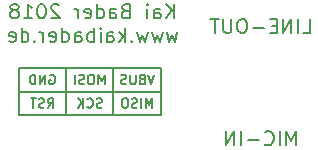
<source format=gbo>
G04 #@! TF.GenerationSoftware,KiCad,Pcbnew,5.0.1-33cea8e~67~ubuntu18.04.1*
G04 #@! TF.CreationDate,2018-10-19T08:25:09+02:00*
G04 #@! TF.ProjectId,audio_interface,617564696F5F696E746572666163652E,rev?*
G04 #@! TF.SameCoordinates,Original*
G04 #@! TF.FileFunction,Legend,Bot*
G04 #@! TF.FilePolarity,Positive*
%FSLAX46Y46*%
G04 Gerber Fmt 4.6, Leading zero omitted, Abs format (unit mm)*
G04 Created by KiCad (PCBNEW 5.0.1-33cea8e~67~ubuntu18.04.1) date Fr 19 Okt 2018 08:25:09 CEST*
%MOMM*%
%LPD*%
G01*
G04 APERTURE LIST*
%ADD10C,0.200000*%
G04 APERTURE END LIST*
D10*
X169664285Y-112792857D02*
X169664285Y-111592857D01*
X168978571Y-112792857D02*
X169492857Y-112107142D01*
X168978571Y-111592857D02*
X169664285Y-112278571D01*
X167950000Y-112792857D02*
X167950000Y-112164285D01*
X168007142Y-112050000D01*
X168121428Y-111992857D01*
X168350000Y-111992857D01*
X168464285Y-112050000D01*
X167950000Y-112735714D02*
X168064285Y-112792857D01*
X168350000Y-112792857D01*
X168464285Y-112735714D01*
X168521428Y-112621428D01*
X168521428Y-112507142D01*
X168464285Y-112392857D01*
X168350000Y-112335714D01*
X168064285Y-112335714D01*
X167950000Y-112278571D01*
X167378571Y-112792857D02*
X167378571Y-111992857D01*
X167378571Y-111592857D02*
X167435714Y-111650000D01*
X167378571Y-111707142D01*
X167321428Y-111650000D01*
X167378571Y-111592857D01*
X167378571Y-111707142D01*
X165492857Y-112164285D02*
X165321428Y-112221428D01*
X165264285Y-112278571D01*
X165207142Y-112392857D01*
X165207142Y-112564285D01*
X165264285Y-112678571D01*
X165321428Y-112735714D01*
X165435714Y-112792857D01*
X165892857Y-112792857D01*
X165892857Y-111592857D01*
X165492857Y-111592857D01*
X165378571Y-111650000D01*
X165321428Y-111707142D01*
X165264285Y-111821428D01*
X165264285Y-111935714D01*
X165321428Y-112050000D01*
X165378571Y-112107142D01*
X165492857Y-112164285D01*
X165892857Y-112164285D01*
X164178571Y-112792857D02*
X164178571Y-112164285D01*
X164235714Y-112050000D01*
X164350000Y-111992857D01*
X164578571Y-111992857D01*
X164692857Y-112050000D01*
X164178571Y-112735714D02*
X164292857Y-112792857D01*
X164578571Y-112792857D01*
X164692857Y-112735714D01*
X164750000Y-112621428D01*
X164750000Y-112507142D01*
X164692857Y-112392857D01*
X164578571Y-112335714D01*
X164292857Y-112335714D01*
X164178571Y-112278571D01*
X163092857Y-112792857D02*
X163092857Y-111592857D01*
X163092857Y-112735714D02*
X163207142Y-112792857D01*
X163435714Y-112792857D01*
X163550000Y-112735714D01*
X163607142Y-112678571D01*
X163664285Y-112564285D01*
X163664285Y-112221428D01*
X163607142Y-112107142D01*
X163550000Y-112050000D01*
X163435714Y-111992857D01*
X163207142Y-111992857D01*
X163092857Y-112050000D01*
X162064285Y-112735714D02*
X162178571Y-112792857D01*
X162407142Y-112792857D01*
X162521428Y-112735714D01*
X162578571Y-112621428D01*
X162578571Y-112164285D01*
X162521428Y-112050000D01*
X162407142Y-111992857D01*
X162178571Y-111992857D01*
X162064285Y-112050000D01*
X162007142Y-112164285D01*
X162007142Y-112278571D01*
X162578571Y-112392857D01*
X161492857Y-112792857D02*
X161492857Y-111992857D01*
X161492857Y-112221428D02*
X161435714Y-112107142D01*
X161378571Y-112050000D01*
X161264285Y-111992857D01*
X161150000Y-111992857D01*
X159892857Y-111707142D02*
X159835714Y-111650000D01*
X159721428Y-111592857D01*
X159435714Y-111592857D01*
X159321428Y-111650000D01*
X159264285Y-111707142D01*
X159207142Y-111821428D01*
X159207142Y-111935714D01*
X159264285Y-112107142D01*
X159950000Y-112792857D01*
X159207142Y-112792857D01*
X158464285Y-111592857D02*
X158350000Y-111592857D01*
X158235714Y-111650000D01*
X158178571Y-111707142D01*
X158121428Y-111821428D01*
X158064285Y-112050000D01*
X158064285Y-112335714D01*
X158121428Y-112564285D01*
X158178571Y-112678571D01*
X158235714Y-112735714D01*
X158350000Y-112792857D01*
X158464285Y-112792857D01*
X158578571Y-112735714D01*
X158635714Y-112678571D01*
X158692857Y-112564285D01*
X158750000Y-112335714D01*
X158750000Y-112050000D01*
X158692857Y-111821428D01*
X158635714Y-111707142D01*
X158578571Y-111650000D01*
X158464285Y-111592857D01*
X156921428Y-112792857D02*
X157607142Y-112792857D01*
X157264285Y-112792857D02*
X157264285Y-111592857D01*
X157378571Y-111764285D01*
X157492857Y-111878571D01*
X157607142Y-111935714D01*
X156235714Y-112107142D02*
X156350000Y-112050000D01*
X156407142Y-111992857D01*
X156464285Y-111878571D01*
X156464285Y-111821428D01*
X156407142Y-111707142D01*
X156350000Y-111650000D01*
X156235714Y-111592857D01*
X156007142Y-111592857D01*
X155892857Y-111650000D01*
X155835714Y-111707142D01*
X155778571Y-111821428D01*
X155778571Y-111878571D01*
X155835714Y-111992857D01*
X155892857Y-112050000D01*
X156007142Y-112107142D01*
X156235714Y-112107142D01*
X156350000Y-112164285D01*
X156407142Y-112221428D01*
X156464285Y-112335714D01*
X156464285Y-112564285D01*
X156407142Y-112678571D01*
X156350000Y-112735714D01*
X156235714Y-112792857D01*
X156007142Y-112792857D01*
X155892857Y-112735714D01*
X155835714Y-112678571D01*
X155778571Y-112564285D01*
X155778571Y-112335714D01*
X155835714Y-112221428D01*
X155892857Y-112164285D01*
X156007142Y-112107142D01*
X169921428Y-113992857D02*
X169692857Y-114792857D01*
X169464285Y-114221428D01*
X169235714Y-114792857D01*
X169007142Y-113992857D01*
X168664285Y-113992857D02*
X168435714Y-114792857D01*
X168207142Y-114221428D01*
X167978571Y-114792857D01*
X167750000Y-113992857D01*
X167407142Y-113992857D02*
X167178571Y-114792857D01*
X166950000Y-114221428D01*
X166721428Y-114792857D01*
X166492857Y-113992857D01*
X166035714Y-114678571D02*
X165978571Y-114735714D01*
X166035714Y-114792857D01*
X166092857Y-114735714D01*
X166035714Y-114678571D01*
X166035714Y-114792857D01*
X165464285Y-114792857D02*
X165464285Y-113592857D01*
X165350000Y-114335714D02*
X165007142Y-114792857D01*
X165007142Y-113992857D02*
X165464285Y-114450000D01*
X163978571Y-114792857D02*
X163978571Y-114164285D01*
X164035714Y-114050000D01*
X164150000Y-113992857D01*
X164378571Y-113992857D01*
X164492857Y-114050000D01*
X163978571Y-114735714D02*
X164092857Y-114792857D01*
X164378571Y-114792857D01*
X164492857Y-114735714D01*
X164550000Y-114621428D01*
X164550000Y-114507142D01*
X164492857Y-114392857D01*
X164378571Y-114335714D01*
X164092857Y-114335714D01*
X163978571Y-114278571D01*
X163407142Y-114792857D02*
X163407142Y-113992857D01*
X163407142Y-113592857D02*
X163464285Y-113650000D01*
X163407142Y-113707142D01*
X163350000Y-113650000D01*
X163407142Y-113592857D01*
X163407142Y-113707142D01*
X162835714Y-114792857D02*
X162835714Y-113592857D01*
X162835714Y-114050000D02*
X162721428Y-113992857D01*
X162492857Y-113992857D01*
X162378571Y-114050000D01*
X162321428Y-114107142D01*
X162264285Y-114221428D01*
X162264285Y-114564285D01*
X162321428Y-114678571D01*
X162378571Y-114735714D01*
X162492857Y-114792857D01*
X162721428Y-114792857D01*
X162835714Y-114735714D01*
X161235714Y-114792857D02*
X161235714Y-114164285D01*
X161292857Y-114050000D01*
X161407142Y-113992857D01*
X161635714Y-113992857D01*
X161750000Y-114050000D01*
X161235714Y-114735714D02*
X161350000Y-114792857D01*
X161635714Y-114792857D01*
X161750000Y-114735714D01*
X161807142Y-114621428D01*
X161807142Y-114507142D01*
X161750000Y-114392857D01*
X161635714Y-114335714D01*
X161350000Y-114335714D01*
X161235714Y-114278571D01*
X160150000Y-114792857D02*
X160150000Y-113592857D01*
X160150000Y-114735714D02*
X160264285Y-114792857D01*
X160492857Y-114792857D01*
X160607142Y-114735714D01*
X160664285Y-114678571D01*
X160721428Y-114564285D01*
X160721428Y-114221428D01*
X160664285Y-114107142D01*
X160607142Y-114050000D01*
X160492857Y-113992857D01*
X160264285Y-113992857D01*
X160150000Y-114050000D01*
X159121428Y-114735714D02*
X159235714Y-114792857D01*
X159464285Y-114792857D01*
X159578571Y-114735714D01*
X159635714Y-114621428D01*
X159635714Y-114164285D01*
X159578571Y-114050000D01*
X159464285Y-113992857D01*
X159235714Y-113992857D01*
X159121428Y-114050000D01*
X159064285Y-114164285D01*
X159064285Y-114278571D01*
X159635714Y-114392857D01*
X158550000Y-114792857D02*
X158550000Y-113992857D01*
X158550000Y-114221428D02*
X158492857Y-114107142D01*
X158435714Y-114050000D01*
X158321428Y-113992857D01*
X158207142Y-113992857D01*
X157807142Y-114678571D02*
X157750000Y-114735714D01*
X157807142Y-114792857D01*
X157864285Y-114735714D01*
X157807142Y-114678571D01*
X157807142Y-114792857D01*
X156721428Y-114792857D02*
X156721428Y-113592857D01*
X156721428Y-114735714D02*
X156835714Y-114792857D01*
X157064285Y-114792857D01*
X157178571Y-114735714D01*
X157235714Y-114678571D01*
X157292857Y-114564285D01*
X157292857Y-114221428D01*
X157235714Y-114107142D01*
X157178571Y-114050000D01*
X157064285Y-113992857D01*
X156835714Y-113992857D01*
X156721428Y-114050000D01*
X155692857Y-114735714D02*
X155807142Y-114792857D01*
X156035714Y-114792857D01*
X156150000Y-114735714D01*
X156207142Y-114621428D01*
X156207142Y-114164285D01*
X156150000Y-114050000D01*
X156035714Y-113992857D01*
X155807142Y-113992857D01*
X155692857Y-114050000D01*
X155635714Y-114164285D01*
X155635714Y-114278571D01*
X156207142Y-114392857D01*
X168500000Y-119000000D02*
X156500000Y-119000000D01*
X160500000Y-117000000D02*
X160500000Y-121000000D01*
X164500000Y-117000000D02*
X164500000Y-121000000D01*
X168500000Y-121000000D02*
X168500000Y-117000000D01*
X156500000Y-121000000D02*
X168500000Y-121000000D01*
X156500000Y-117000000D02*
X156500000Y-121000000D01*
X168500000Y-117000000D02*
X156500000Y-117000000D01*
X158938095Y-120361904D02*
X159204761Y-119980952D01*
X159395238Y-120361904D02*
X159395238Y-119561904D01*
X159090476Y-119561904D01*
X159014285Y-119600000D01*
X158976190Y-119638095D01*
X158938095Y-119714285D01*
X158938095Y-119828571D01*
X158976190Y-119904761D01*
X159014285Y-119942857D01*
X159090476Y-119980952D01*
X159395238Y-119980952D01*
X158633333Y-120323809D02*
X158519047Y-120361904D01*
X158328571Y-120361904D01*
X158252380Y-120323809D01*
X158214285Y-120285714D01*
X158176190Y-120209523D01*
X158176190Y-120133333D01*
X158214285Y-120057142D01*
X158252380Y-120019047D01*
X158328571Y-119980952D01*
X158480952Y-119942857D01*
X158557142Y-119904761D01*
X158595238Y-119866666D01*
X158633333Y-119790476D01*
X158633333Y-119714285D01*
X158595238Y-119638095D01*
X158557142Y-119600000D01*
X158480952Y-119561904D01*
X158290476Y-119561904D01*
X158176190Y-119600000D01*
X157947619Y-119561904D02*
X157490476Y-119561904D01*
X157719047Y-120361904D02*
X157719047Y-119561904D01*
X163528571Y-120323809D02*
X163414285Y-120361904D01*
X163223809Y-120361904D01*
X163147619Y-120323809D01*
X163109523Y-120285714D01*
X163071428Y-120209523D01*
X163071428Y-120133333D01*
X163109523Y-120057142D01*
X163147619Y-120019047D01*
X163223809Y-119980952D01*
X163376190Y-119942857D01*
X163452380Y-119904761D01*
X163490476Y-119866666D01*
X163528571Y-119790476D01*
X163528571Y-119714285D01*
X163490476Y-119638095D01*
X163452380Y-119600000D01*
X163376190Y-119561904D01*
X163185714Y-119561904D01*
X163071428Y-119600000D01*
X162271428Y-120285714D02*
X162309523Y-120323809D01*
X162423809Y-120361904D01*
X162500000Y-120361904D01*
X162614285Y-120323809D01*
X162690476Y-120247619D01*
X162728571Y-120171428D01*
X162766666Y-120019047D01*
X162766666Y-119904761D01*
X162728571Y-119752380D01*
X162690476Y-119676190D01*
X162614285Y-119600000D01*
X162500000Y-119561904D01*
X162423809Y-119561904D01*
X162309523Y-119600000D01*
X162271428Y-119638095D01*
X161928571Y-120361904D02*
X161928571Y-119561904D01*
X161471428Y-120361904D02*
X161814285Y-119904761D01*
X161471428Y-119561904D02*
X161928571Y-120019047D01*
X167757142Y-120361904D02*
X167757142Y-119561904D01*
X167490476Y-120133333D01*
X167223809Y-119561904D01*
X167223809Y-120361904D01*
X166842857Y-120361904D02*
X166842857Y-119561904D01*
X166500000Y-120323809D02*
X166385714Y-120361904D01*
X166195238Y-120361904D01*
X166119047Y-120323809D01*
X166080952Y-120285714D01*
X166042857Y-120209523D01*
X166042857Y-120133333D01*
X166080952Y-120057142D01*
X166119047Y-120019047D01*
X166195238Y-119980952D01*
X166347619Y-119942857D01*
X166423809Y-119904761D01*
X166461904Y-119866666D01*
X166500000Y-119790476D01*
X166500000Y-119714285D01*
X166461904Y-119638095D01*
X166423809Y-119600000D01*
X166347619Y-119561904D01*
X166157142Y-119561904D01*
X166042857Y-119600000D01*
X165547619Y-119561904D02*
X165395238Y-119561904D01*
X165319047Y-119600000D01*
X165242857Y-119676190D01*
X165204761Y-119828571D01*
X165204761Y-120095238D01*
X165242857Y-120247619D01*
X165319047Y-120323809D01*
X165395238Y-120361904D01*
X165547619Y-120361904D01*
X165623809Y-120323809D01*
X165700000Y-120247619D01*
X165738095Y-120095238D01*
X165738095Y-119828571D01*
X165700000Y-119676190D01*
X165623809Y-119600000D01*
X165547619Y-119561904D01*
X159109523Y-117600000D02*
X159185714Y-117561904D01*
X159300000Y-117561904D01*
X159414285Y-117600000D01*
X159490476Y-117676190D01*
X159528571Y-117752380D01*
X159566666Y-117904761D01*
X159566666Y-118019047D01*
X159528571Y-118171428D01*
X159490476Y-118247619D01*
X159414285Y-118323809D01*
X159300000Y-118361904D01*
X159223809Y-118361904D01*
X159109523Y-118323809D01*
X159071428Y-118285714D01*
X159071428Y-118019047D01*
X159223809Y-118019047D01*
X158728571Y-118361904D02*
X158728571Y-117561904D01*
X158271428Y-118361904D01*
X158271428Y-117561904D01*
X157890476Y-118361904D02*
X157890476Y-117561904D01*
X157700000Y-117561904D01*
X157585714Y-117600000D01*
X157509523Y-117676190D01*
X157471428Y-117752380D01*
X157433333Y-117904761D01*
X157433333Y-118019047D01*
X157471428Y-118171428D01*
X157509523Y-118247619D01*
X157585714Y-118323809D01*
X157700000Y-118361904D01*
X157890476Y-118361904D01*
X163757142Y-118361904D02*
X163757142Y-117561904D01*
X163490476Y-118133333D01*
X163223809Y-117561904D01*
X163223809Y-118361904D01*
X162690476Y-117561904D02*
X162538095Y-117561904D01*
X162461904Y-117600000D01*
X162385714Y-117676190D01*
X162347619Y-117828571D01*
X162347619Y-118095238D01*
X162385714Y-118247619D01*
X162461904Y-118323809D01*
X162538095Y-118361904D01*
X162690476Y-118361904D01*
X162766666Y-118323809D01*
X162842857Y-118247619D01*
X162880952Y-118095238D01*
X162880952Y-117828571D01*
X162842857Y-117676190D01*
X162766666Y-117600000D01*
X162690476Y-117561904D01*
X162042857Y-118323809D02*
X161928571Y-118361904D01*
X161738095Y-118361904D01*
X161661904Y-118323809D01*
X161623809Y-118285714D01*
X161585714Y-118209523D01*
X161585714Y-118133333D01*
X161623809Y-118057142D01*
X161661904Y-118019047D01*
X161738095Y-117980952D01*
X161890476Y-117942857D01*
X161966666Y-117904761D01*
X162004761Y-117866666D01*
X162042857Y-117790476D01*
X162042857Y-117714285D01*
X162004761Y-117638095D01*
X161966666Y-117600000D01*
X161890476Y-117561904D01*
X161700000Y-117561904D01*
X161585714Y-117600000D01*
X161242857Y-118361904D02*
X161242857Y-117561904D01*
X167966666Y-117561904D02*
X167700000Y-118361904D01*
X167433333Y-117561904D01*
X166900000Y-117942857D02*
X166785714Y-117980952D01*
X166747619Y-118019047D01*
X166709523Y-118095238D01*
X166709523Y-118209523D01*
X166747619Y-118285714D01*
X166785714Y-118323809D01*
X166861904Y-118361904D01*
X167166666Y-118361904D01*
X167166666Y-117561904D01*
X166900000Y-117561904D01*
X166823809Y-117600000D01*
X166785714Y-117638095D01*
X166747619Y-117714285D01*
X166747619Y-117790476D01*
X166785714Y-117866666D01*
X166823809Y-117904761D01*
X166900000Y-117942857D01*
X167166666Y-117942857D01*
X166366666Y-117561904D02*
X166366666Y-118209523D01*
X166328571Y-118285714D01*
X166290476Y-118323809D01*
X166214285Y-118361904D01*
X166061904Y-118361904D01*
X165985714Y-118323809D01*
X165947619Y-118285714D01*
X165909523Y-118209523D01*
X165909523Y-117561904D01*
X165566666Y-118323809D02*
X165452380Y-118361904D01*
X165261904Y-118361904D01*
X165185714Y-118323809D01*
X165147619Y-118285714D01*
X165109523Y-118209523D01*
X165109523Y-118133333D01*
X165147619Y-118057142D01*
X165185714Y-118019047D01*
X165261904Y-117980952D01*
X165414285Y-117942857D01*
X165490476Y-117904761D01*
X165528571Y-117866666D01*
X165566666Y-117790476D01*
X165566666Y-117714285D01*
X165528571Y-117638095D01*
X165490476Y-117600000D01*
X165414285Y-117561904D01*
X165223809Y-117561904D01*
X165109523Y-117600000D01*
X179942857Y-123542857D02*
X179942857Y-122342857D01*
X179542857Y-123200000D01*
X179142857Y-122342857D01*
X179142857Y-123542857D01*
X178571428Y-123542857D02*
X178571428Y-122342857D01*
X177314285Y-123428571D02*
X177371428Y-123485714D01*
X177542857Y-123542857D01*
X177657142Y-123542857D01*
X177828571Y-123485714D01*
X177942857Y-123371428D01*
X178000000Y-123257142D01*
X178057142Y-123028571D01*
X178057142Y-122857142D01*
X178000000Y-122628571D01*
X177942857Y-122514285D01*
X177828571Y-122400000D01*
X177657142Y-122342857D01*
X177542857Y-122342857D01*
X177371428Y-122400000D01*
X177314285Y-122457142D01*
X176800000Y-123085714D02*
X175885714Y-123085714D01*
X175314285Y-123542857D02*
X175314285Y-122342857D01*
X174742857Y-123542857D02*
X174742857Y-122342857D01*
X174057142Y-123542857D01*
X174057142Y-122342857D01*
X180542857Y-114042857D02*
X181114285Y-114042857D01*
X181114285Y-112842857D01*
X180142857Y-114042857D02*
X180142857Y-112842857D01*
X179571428Y-114042857D02*
X179571428Y-112842857D01*
X178885714Y-114042857D01*
X178885714Y-112842857D01*
X178314285Y-113414285D02*
X177914285Y-113414285D01*
X177742857Y-114042857D02*
X178314285Y-114042857D01*
X178314285Y-112842857D01*
X177742857Y-112842857D01*
X177228571Y-113585714D02*
X176314285Y-113585714D01*
X175514285Y-112842857D02*
X175285714Y-112842857D01*
X175171428Y-112900000D01*
X175057142Y-113014285D01*
X175000000Y-113242857D01*
X175000000Y-113642857D01*
X175057142Y-113871428D01*
X175171428Y-113985714D01*
X175285714Y-114042857D01*
X175514285Y-114042857D01*
X175628571Y-113985714D01*
X175742857Y-113871428D01*
X175800000Y-113642857D01*
X175800000Y-113242857D01*
X175742857Y-113014285D01*
X175628571Y-112900000D01*
X175514285Y-112842857D01*
X174485714Y-112842857D02*
X174485714Y-113814285D01*
X174428571Y-113928571D01*
X174371428Y-113985714D01*
X174257142Y-114042857D01*
X174028571Y-114042857D01*
X173914285Y-113985714D01*
X173857142Y-113928571D01*
X173800000Y-113814285D01*
X173800000Y-112842857D01*
X173400000Y-112842857D02*
X172714285Y-112842857D01*
X173057142Y-114042857D02*
X173057142Y-112842857D01*
M02*

</source>
